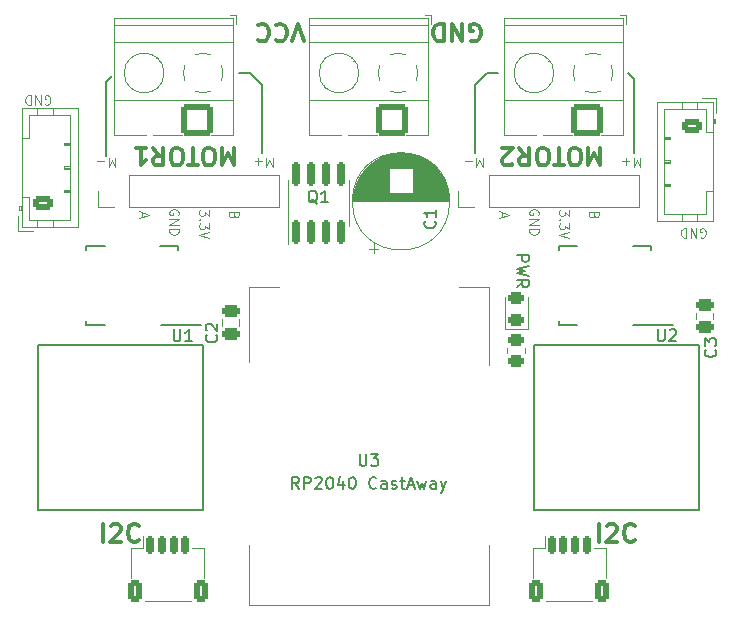
<source format=gbr>
%TF.GenerationSoftware,KiCad,Pcbnew,(6.0.0-rc1-48-g8f87638de5)*%
%TF.CreationDate,2021-11-22T15:04:28-05:00*%
%TF.ProjectId,motor_driver2,6d6f746f-725f-4647-9269-766572322e6b,rev?*%
%TF.SameCoordinates,Original*%
%TF.FileFunction,Legend,Top*%
%TF.FilePolarity,Positive*%
%FSLAX46Y46*%
G04 Gerber Fmt 4.6, Leading zero omitted, Abs format (unit mm)*
G04 Created by KiCad (PCBNEW (6.0.0-rc1-48-g8f87638de5)) date 2021-11-22 15:04:28*
%MOMM*%
%LPD*%
G01*
G04 APERTURE LIST*
G04 Aperture macros list*
%AMRoundRect*
0 Rectangle with rounded corners*
0 $1 Rounding radius*
0 $2 $3 $4 $5 $6 $7 $8 $9 X,Y pos of 4 corners*
0 Add a 4 corners polygon primitive as box body*
4,1,4,$2,$3,$4,$5,$6,$7,$8,$9,$2,$3,0*
0 Add four circle primitives for the rounded corners*
1,1,$1+$1,$2,$3*
1,1,$1+$1,$4,$5*
1,1,$1+$1,$6,$7*
1,1,$1+$1,$8,$9*
0 Add four rect primitives between the rounded corners*
20,1,$1+$1,$2,$3,$4,$5,0*
20,1,$1+$1,$4,$5,$6,$7,0*
20,1,$1+$1,$6,$7,$8,$9,0*
20,1,$1+$1,$8,$9,$2,$3,0*%
G04 Aperture macros list end*
%ADD10C,0.150000*%
%ADD11C,0.120000*%
%ADD12C,0.300000*%
%ADD13RoundRect,0.150000X-0.150000X-0.625000X0.150000X-0.625000X0.150000X0.625000X-0.150000X0.625000X0*%
%ADD14RoundRect,0.250000X-0.350000X-0.650000X0.350000X-0.650000X0.350000X0.650000X-0.350000X0.650000X0*%
%ADD15RoundRect,0.250000X-0.625000X0.350000X-0.625000X-0.350000X0.625000X-0.350000X0.625000X0.350000X0*%
%ADD16O,1.750000X1.200000*%
%ADD17C,0.800000*%
%ADD18C,6.400000*%
%ADD19RoundRect,0.250001X1.099999X1.099999X-1.099999X1.099999X-1.099999X-1.099999X1.099999X-1.099999X0*%
%ADD20C,2.700000*%
%ADD21R,1.700000X1.700000*%
%ADD22O,1.700000X1.700000*%
%ADD23R,2.286000X1.524000*%
%ADD24R,1.524000X2.286000*%
%ADD25RoundRect,0.243750X0.456250X-0.243750X0.456250X0.243750X-0.456250X0.243750X-0.456250X-0.243750X0*%
%ADD26R,2.600000X2.600000*%
%ADD27C,2.600000*%
%ADD28R,2.000000X0.650000*%
%ADD29R,4.500000X8.100000*%
%ADD30RoundRect,0.250000X0.450000X-0.262500X0.450000X0.262500X-0.450000X0.262500X-0.450000X-0.262500X0*%
%ADD31RoundRect,0.250000X-0.475000X0.250000X-0.475000X-0.250000X0.475000X-0.250000X0.475000X0.250000X0*%
%ADD32RoundRect,0.150000X0.150000X-0.825000X0.150000X0.825000X-0.150000X0.825000X-0.150000X-0.825000X0*%
%ADD33R,1.600000X1.600000*%
%ADD34C,1.600000*%
%ADD35RoundRect,0.250000X0.625000X-0.350000X0.625000X0.350000X-0.625000X0.350000X-0.625000X-0.350000X0*%
G04 APERTURE END LIST*
D10*
X162547619Y-105416666D02*
X163547619Y-105416666D01*
X163547619Y-105797619D01*
X163500000Y-105892857D01*
X163452380Y-105940476D01*
X163357142Y-105988095D01*
X163214285Y-105988095D01*
X163119047Y-105940476D01*
X163071428Y-105892857D01*
X163023809Y-105797619D01*
X163023809Y-105416666D01*
X163547619Y-106321428D02*
X162547619Y-106559523D01*
X163261904Y-106750000D01*
X162547619Y-106940476D01*
X163547619Y-107178571D01*
X162547619Y-108130952D02*
X163023809Y-107797619D01*
X162547619Y-107559523D02*
X163547619Y-107559523D01*
X163547619Y-107940476D01*
X163500000Y-108035714D01*
X163452380Y-108083333D01*
X163357142Y-108130952D01*
X163214285Y-108130952D01*
X163119047Y-108083333D01*
X163071428Y-108035714D01*
X163023809Y-107940476D01*
X163023809Y-107559523D01*
X164000000Y-113000000D02*
X178000000Y-113000000D01*
X178000000Y-113000000D02*
X178000000Y-127000000D01*
X178000000Y-127000000D02*
X164000000Y-127000000D01*
X164000000Y-127000000D02*
X164000000Y-113000000D01*
X122000000Y-113000000D02*
X136000000Y-113000000D01*
X136000000Y-113000000D02*
X136000000Y-127000000D01*
X136000000Y-127000000D02*
X122000000Y-127000000D01*
X122000000Y-127000000D02*
X122000000Y-113000000D01*
X159000000Y-96750000D02*
X159000000Y-91000000D01*
X172500000Y-96750000D02*
X172500000Y-91000000D01*
X172500000Y-90500000D02*
X172000000Y-90000000D01*
X127750000Y-91500000D02*
X127750000Y-90750000D01*
X141000000Y-92250000D02*
X141000000Y-91000000D01*
X172500000Y-91000000D02*
X172500000Y-90500000D01*
X140000000Y-90000000D02*
X139000000Y-90000000D01*
X127750000Y-90750000D02*
X128250000Y-90250000D01*
X141000000Y-91000000D02*
X140000000Y-90000000D01*
X141000000Y-96750000D02*
X141000000Y-92250000D01*
X160000000Y-90000000D02*
X161000000Y-90000000D01*
X159000000Y-91000000D02*
X160000000Y-90000000D01*
X127750000Y-97000000D02*
X127750000Y-91500000D01*
D11*
X138627142Y-102037142D02*
X138589047Y-102151428D01*
X138550952Y-102189523D01*
X138474761Y-102227619D01*
X138360476Y-102227619D01*
X138284285Y-102189523D01*
X138246190Y-102151428D01*
X138208095Y-102075238D01*
X138208095Y-101770476D01*
X139008095Y-101770476D01*
X139008095Y-102037142D01*
X138970000Y-102113333D01*
X138931904Y-102151428D01*
X138855714Y-102189523D01*
X138779523Y-102189523D01*
X138703333Y-102151428D01*
X138665238Y-102113333D01*
X138627142Y-102037142D01*
X138627142Y-101770476D01*
X141871904Y-97173095D02*
X141871904Y-97973095D01*
X141605238Y-97401666D01*
X141338571Y-97973095D01*
X141338571Y-97173095D01*
X140957619Y-97477857D02*
X140348095Y-97477857D01*
X140652857Y-97173095D02*
X140652857Y-97782619D01*
X169107142Y-102037142D02*
X169069047Y-102151428D01*
X169030952Y-102189523D01*
X168954761Y-102227619D01*
X168840476Y-102227619D01*
X168764285Y-102189523D01*
X168726190Y-102151428D01*
X168688095Y-102075238D01*
X168688095Y-101770476D01*
X169488095Y-101770476D01*
X169488095Y-102037142D01*
X169450000Y-102113333D01*
X169411904Y-102151428D01*
X169335714Y-102189523D01*
X169259523Y-102189523D01*
X169183333Y-102151428D01*
X169145238Y-102113333D01*
X169107142Y-102037142D01*
X169107142Y-101770476D01*
D12*
X127535714Y-129678571D02*
X127535714Y-128178571D01*
X128178571Y-128321428D02*
X128250000Y-128250000D01*
X128392857Y-128178571D01*
X128750000Y-128178571D01*
X128892857Y-128250000D01*
X128964285Y-128321428D01*
X129035714Y-128464285D01*
X129035714Y-128607142D01*
X128964285Y-128821428D01*
X128107142Y-129678571D01*
X129035714Y-129678571D01*
X130535714Y-129535714D02*
X130464285Y-129607142D01*
X130250000Y-129678571D01*
X130107142Y-129678571D01*
X129892857Y-129607142D01*
X129750000Y-129464285D01*
X129678571Y-129321428D01*
X129607142Y-129035714D01*
X129607142Y-128821428D01*
X129678571Y-128535714D01*
X129750000Y-128392857D01*
X129892857Y-128250000D01*
X130107142Y-128178571D01*
X130250000Y-128178571D01*
X130464285Y-128250000D01*
X130535714Y-128321428D01*
D11*
X133890000Y-102005476D02*
X133928095Y-101929285D01*
X133928095Y-101815000D01*
X133890000Y-101700714D01*
X133813809Y-101624523D01*
X133737619Y-101586428D01*
X133585238Y-101548333D01*
X133470952Y-101548333D01*
X133318571Y-101586428D01*
X133242380Y-101624523D01*
X133166190Y-101700714D01*
X133128095Y-101815000D01*
X133128095Y-101891190D01*
X133166190Y-102005476D01*
X133204285Y-102043571D01*
X133470952Y-102043571D01*
X133470952Y-101891190D01*
X133128095Y-102386428D02*
X133928095Y-102386428D01*
X133128095Y-102843571D01*
X133928095Y-102843571D01*
X133128095Y-103224523D02*
X133928095Y-103224523D01*
X133928095Y-103415000D01*
X133890000Y-103529285D01*
X133813809Y-103605476D01*
X133737619Y-103643571D01*
X133585238Y-103681666D01*
X133470952Y-103681666D01*
X133318571Y-103643571D01*
X133242380Y-103605476D01*
X133166190Y-103529285D01*
X133128095Y-103415000D01*
X133128095Y-103224523D01*
X166938095Y-101569047D02*
X166938095Y-102064285D01*
X166633333Y-101797619D01*
X166633333Y-101911904D01*
X166595238Y-101988095D01*
X166557142Y-102026190D01*
X166480952Y-102064285D01*
X166290476Y-102064285D01*
X166214285Y-102026190D01*
X166176190Y-101988095D01*
X166138095Y-101911904D01*
X166138095Y-101683333D01*
X166176190Y-101607142D01*
X166214285Y-101569047D01*
X166214285Y-102407142D02*
X166176190Y-102445238D01*
X166138095Y-102407142D01*
X166176190Y-102369047D01*
X166214285Y-102407142D01*
X166138095Y-102407142D01*
X166938095Y-102711904D02*
X166938095Y-103207142D01*
X166633333Y-102940476D01*
X166633333Y-103054761D01*
X166595238Y-103130952D01*
X166557142Y-103169047D01*
X166480952Y-103207142D01*
X166290476Y-103207142D01*
X166214285Y-103169047D01*
X166176190Y-103130952D01*
X166138095Y-103054761D01*
X166138095Y-102826190D01*
X166176190Y-102750000D01*
X166214285Y-102711904D01*
X166938095Y-103435714D02*
X166138095Y-103702380D01*
X166938095Y-103969047D01*
X172986904Y-97173095D02*
X172986904Y-97973095D01*
X172720238Y-97401666D01*
X172453571Y-97973095D01*
X172453571Y-97173095D01*
X172072619Y-97477857D02*
X171463095Y-97477857D01*
X171767857Y-97173095D02*
X171767857Y-97782619D01*
D12*
X169535714Y-129678571D02*
X169535714Y-128178571D01*
X170178571Y-128321428D02*
X170250000Y-128250000D01*
X170392857Y-128178571D01*
X170750000Y-128178571D01*
X170892857Y-128250000D01*
X170964285Y-128321428D01*
X171035714Y-128464285D01*
X171035714Y-128607142D01*
X170964285Y-128821428D01*
X170107142Y-129678571D01*
X171035714Y-129678571D01*
X172535714Y-129535714D02*
X172464285Y-129607142D01*
X172250000Y-129678571D01*
X172107142Y-129678571D01*
X171892857Y-129607142D01*
X171750000Y-129464285D01*
X171678571Y-129321428D01*
X171607142Y-129035714D01*
X171607142Y-128821428D01*
X171678571Y-128535714D01*
X171750000Y-128392857D01*
X171892857Y-128250000D01*
X172107142Y-128178571D01*
X172250000Y-128178571D01*
X172464285Y-128250000D01*
X172535714Y-128321428D01*
D11*
X128536904Y-97173095D02*
X128536904Y-97973095D01*
X128270238Y-97401666D01*
X128003571Y-97973095D01*
X128003571Y-97173095D01*
X127622619Y-97477857D02*
X127013095Y-97477857D01*
X159651904Y-97173095D02*
X159651904Y-97973095D01*
X159385238Y-97401666D01*
X159118571Y-97973095D01*
X159118571Y-97173095D01*
X158737619Y-97477857D02*
X158128095Y-97477857D01*
D10*
X144095238Y-125202380D02*
X143761904Y-124726190D01*
X143523809Y-125202380D02*
X143523809Y-124202380D01*
X143904761Y-124202380D01*
X144000000Y-124250000D01*
X144047619Y-124297619D01*
X144095238Y-124392857D01*
X144095238Y-124535714D01*
X144047619Y-124630952D01*
X144000000Y-124678571D01*
X143904761Y-124726190D01*
X143523809Y-124726190D01*
X144523809Y-125202380D02*
X144523809Y-124202380D01*
X144904761Y-124202380D01*
X145000000Y-124250000D01*
X145047619Y-124297619D01*
X145095238Y-124392857D01*
X145095238Y-124535714D01*
X145047619Y-124630952D01*
X145000000Y-124678571D01*
X144904761Y-124726190D01*
X144523809Y-124726190D01*
X145476190Y-124297619D02*
X145523809Y-124250000D01*
X145619047Y-124202380D01*
X145857142Y-124202380D01*
X145952380Y-124250000D01*
X146000000Y-124297619D01*
X146047619Y-124392857D01*
X146047619Y-124488095D01*
X146000000Y-124630952D01*
X145428571Y-125202380D01*
X146047619Y-125202380D01*
X146666666Y-124202380D02*
X146761904Y-124202380D01*
X146857142Y-124250000D01*
X146904761Y-124297619D01*
X146952380Y-124392857D01*
X147000000Y-124583333D01*
X147000000Y-124821428D01*
X146952380Y-125011904D01*
X146904761Y-125107142D01*
X146857142Y-125154761D01*
X146761904Y-125202380D01*
X146666666Y-125202380D01*
X146571428Y-125154761D01*
X146523809Y-125107142D01*
X146476190Y-125011904D01*
X146428571Y-124821428D01*
X146428571Y-124583333D01*
X146476190Y-124392857D01*
X146523809Y-124297619D01*
X146571428Y-124250000D01*
X146666666Y-124202380D01*
X147857142Y-124535714D02*
X147857142Y-125202380D01*
X147619047Y-124154761D02*
X147380952Y-124869047D01*
X148000000Y-124869047D01*
X148571428Y-124202380D02*
X148666666Y-124202380D01*
X148761904Y-124250000D01*
X148809523Y-124297619D01*
X148857142Y-124392857D01*
X148904761Y-124583333D01*
X148904761Y-124821428D01*
X148857142Y-125011904D01*
X148809523Y-125107142D01*
X148761904Y-125154761D01*
X148666666Y-125202380D01*
X148571428Y-125202380D01*
X148476190Y-125154761D01*
X148428571Y-125107142D01*
X148380952Y-125011904D01*
X148333333Y-124821428D01*
X148333333Y-124583333D01*
X148380952Y-124392857D01*
X148428571Y-124297619D01*
X148476190Y-124250000D01*
X148571428Y-124202380D01*
X150666666Y-125107142D02*
X150619047Y-125154761D01*
X150476190Y-125202380D01*
X150380952Y-125202380D01*
X150238095Y-125154761D01*
X150142857Y-125059523D01*
X150095238Y-124964285D01*
X150047619Y-124773809D01*
X150047619Y-124630952D01*
X150095238Y-124440476D01*
X150142857Y-124345238D01*
X150238095Y-124250000D01*
X150380952Y-124202380D01*
X150476190Y-124202380D01*
X150619047Y-124250000D01*
X150666666Y-124297619D01*
X151523809Y-125202380D02*
X151523809Y-124678571D01*
X151476190Y-124583333D01*
X151380952Y-124535714D01*
X151190476Y-124535714D01*
X151095238Y-124583333D01*
X151523809Y-125154761D02*
X151428571Y-125202380D01*
X151190476Y-125202380D01*
X151095238Y-125154761D01*
X151047619Y-125059523D01*
X151047619Y-124964285D01*
X151095238Y-124869047D01*
X151190476Y-124821428D01*
X151428571Y-124821428D01*
X151523809Y-124773809D01*
X151952380Y-125154761D02*
X152047619Y-125202380D01*
X152238095Y-125202380D01*
X152333333Y-125154761D01*
X152380952Y-125059523D01*
X152380952Y-125011904D01*
X152333333Y-124916666D01*
X152238095Y-124869047D01*
X152095238Y-124869047D01*
X152000000Y-124821428D01*
X151952380Y-124726190D01*
X151952380Y-124678571D01*
X152000000Y-124583333D01*
X152095238Y-124535714D01*
X152238095Y-124535714D01*
X152333333Y-124583333D01*
X152666666Y-124535714D02*
X153047619Y-124535714D01*
X152809523Y-124202380D02*
X152809523Y-125059523D01*
X152857142Y-125154761D01*
X152952380Y-125202380D01*
X153047619Y-125202380D01*
X153333333Y-124916666D02*
X153809523Y-124916666D01*
X153238095Y-125202380D02*
X153571428Y-124202380D01*
X153904761Y-125202380D01*
X154142857Y-124535714D02*
X154333333Y-125202380D01*
X154523809Y-124726190D01*
X154714285Y-125202380D01*
X154904761Y-124535714D01*
X155714285Y-125202380D02*
X155714285Y-124678571D01*
X155666666Y-124583333D01*
X155571428Y-124535714D01*
X155380952Y-124535714D01*
X155285714Y-124583333D01*
X155714285Y-125154761D02*
X155619047Y-125202380D01*
X155380952Y-125202380D01*
X155285714Y-125154761D01*
X155238095Y-125059523D01*
X155238095Y-124964285D01*
X155285714Y-124869047D01*
X155380952Y-124821428D01*
X155619047Y-124821428D01*
X155714285Y-124773809D01*
X156095238Y-124535714D02*
X156333333Y-125202380D01*
X156571428Y-124535714D02*
X156333333Y-125202380D01*
X156238095Y-125440476D01*
X156190476Y-125488095D01*
X156095238Y-125535714D01*
D11*
X130816666Y-101789523D02*
X130816666Y-102170476D01*
X130588095Y-101713333D02*
X131388095Y-101980000D01*
X130588095Y-102246666D01*
D12*
X138607142Y-96321428D02*
X138607142Y-97821428D01*
X138107142Y-96750000D01*
X137607142Y-97821428D01*
X137607142Y-96321428D01*
X136607142Y-97821428D02*
X136321428Y-97821428D01*
X136178571Y-97750000D01*
X136035714Y-97607142D01*
X135964285Y-97321428D01*
X135964285Y-96821428D01*
X136035714Y-96535714D01*
X136178571Y-96392857D01*
X136321428Y-96321428D01*
X136607142Y-96321428D01*
X136750000Y-96392857D01*
X136892857Y-96535714D01*
X136964285Y-96821428D01*
X136964285Y-97321428D01*
X136892857Y-97607142D01*
X136750000Y-97750000D01*
X136607142Y-97821428D01*
X135535714Y-97821428D02*
X134678571Y-97821428D01*
X135107142Y-96321428D02*
X135107142Y-97821428D01*
X133892857Y-97821428D02*
X133607142Y-97821428D01*
X133464285Y-97750000D01*
X133321428Y-97607142D01*
X133250000Y-97321428D01*
X133250000Y-96821428D01*
X133321428Y-96535714D01*
X133464285Y-96392857D01*
X133607142Y-96321428D01*
X133892857Y-96321428D01*
X134035714Y-96392857D01*
X134178571Y-96535714D01*
X134250000Y-96821428D01*
X134250000Y-97321428D01*
X134178571Y-97607142D01*
X134035714Y-97750000D01*
X133892857Y-97821428D01*
X131750000Y-96321428D02*
X132250000Y-97035714D01*
X132607142Y-96321428D02*
X132607142Y-97821428D01*
X132035714Y-97821428D01*
X131892857Y-97750000D01*
X131821428Y-97678571D01*
X131750000Y-97535714D01*
X131750000Y-97321428D01*
X131821428Y-97178571D01*
X131892857Y-97107142D01*
X132035714Y-97035714D01*
X132607142Y-97035714D01*
X130321428Y-96321428D02*
X131178571Y-96321428D01*
X130750000Y-96321428D02*
X130750000Y-97821428D01*
X130892857Y-97607142D01*
X131035714Y-97464285D01*
X131178571Y-97392857D01*
X158642857Y-87250000D02*
X158785714Y-87321428D01*
X159000000Y-87321428D01*
X159214285Y-87250000D01*
X159357142Y-87107142D01*
X159428571Y-86964285D01*
X159500000Y-86678571D01*
X159500000Y-86464285D01*
X159428571Y-86178571D01*
X159357142Y-86035714D01*
X159214285Y-85892857D01*
X159000000Y-85821428D01*
X158857142Y-85821428D01*
X158642857Y-85892857D01*
X158571428Y-85964285D01*
X158571428Y-86464285D01*
X158857142Y-86464285D01*
X157928571Y-85821428D02*
X157928571Y-87321428D01*
X157071428Y-85821428D01*
X157071428Y-87321428D01*
X156357142Y-85821428D02*
X156357142Y-87321428D01*
X156000000Y-87321428D01*
X155785714Y-87250000D01*
X155642857Y-87107142D01*
X155571428Y-86964285D01*
X155500000Y-86678571D01*
X155500000Y-86464285D01*
X155571428Y-86178571D01*
X155642857Y-86035714D01*
X155785714Y-85892857D01*
X156000000Y-85821428D01*
X156357142Y-85821428D01*
D11*
X122609523Y-92650000D02*
X122685714Y-92688095D01*
X122800000Y-92688095D01*
X122914285Y-92650000D01*
X122990476Y-92573809D01*
X123028571Y-92497619D01*
X123066666Y-92345238D01*
X123066666Y-92230952D01*
X123028571Y-92078571D01*
X122990476Y-92002380D01*
X122914285Y-91926190D01*
X122800000Y-91888095D01*
X122723809Y-91888095D01*
X122609523Y-91926190D01*
X122571428Y-91964285D01*
X122571428Y-92230952D01*
X122723809Y-92230952D01*
X122228571Y-91888095D02*
X122228571Y-92688095D01*
X121771428Y-91888095D01*
X121771428Y-92688095D01*
X121390476Y-91888095D02*
X121390476Y-92688095D01*
X121200000Y-92688095D01*
X121085714Y-92650000D01*
X121009523Y-92573809D01*
X120971428Y-92497619D01*
X120933333Y-92345238D01*
X120933333Y-92230952D01*
X120971428Y-92078571D01*
X121009523Y-92002380D01*
X121085714Y-91926190D01*
X121200000Y-91888095D01*
X121390476Y-91888095D01*
X164370000Y-102005476D02*
X164408095Y-101929285D01*
X164408095Y-101815000D01*
X164370000Y-101700714D01*
X164293809Y-101624523D01*
X164217619Y-101586428D01*
X164065238Y-101548333D01*
X163950952Y-101548333D01*
X163798571Y-101586428D01*
X163722380Y-101624523D01*
X163646190Y-101700714D01*
X163608095Y-101815000D01*
X163608095Y-101891190D01*
X163646190Y-102005476D01*
X163684285Y-102043571D01*
X163950952Y-102043571D01*
X163950952Y-101891190D01*
X163608095Y-102386428D02*
X164408095Y-102386428D01*
X163608095Y-102843571D01*
X164408095Y-102843571D01*
X163608095Y-103224523D02*
X164408095Y-103224523D01*
X164408095Y-103415000D01*
X164370000Y-103529285D01*
X164293809Y-103605476D01*
X164217619Y-103643571D01*
X164065238Y-103681666D01*
X163950952Y-103681666D01*
X163798571Y-103643571D01*
X163722380Y-103605476D01*
X163646190Y-103529285D01*
X163608095Y-103415000D01*
X163608095Y-103224523D01*
X136468095Y-101569047D02*
X136468095Y-102064285D01*
X136163333Y-101797619D01*
X136163333Y-101911904D01*
X136125238Y-101988095D01*
X136087142Y-102026190D01*
X136010952Y-102064285D01*
X135820476Y-102064285D01*
X135744285Y-102026190D01*
X135706190Y-101988095D01*
X135668095Y-101911904D01*
X135668095Y-101683333D01*
X135706190Y-101607142D01*
X135744285Y-101569047D01*
X135744285Y-102407142D02*
X135706190Y-102445238D01*
X135668095Y-102407142D01*
X135706190Y-102369047D01*
X135744285Y-102407142D01*
X135668095Y-102407142D01*
X136468095Y-102711904D02*
X136468095Y-103207142D01*
X136163333Y-102940476D01*
X136163333Y-103054761D01*
X136125238Y-103130952D01*
X136087142Y-103169047D01*
X136010952Y-103207142D01*
X135820476Y-103207142D01*
X135744285Y-103169047D01*
X135706190Y-103130952D01*
X135668095Y-103054761D01*
X135668095Y-102826190D01*
X135706190Y-102750000D01*
X135744285Y-102711904D01*
X136468095Y-103435714D02*
X135668095Y-103702380D01*
X136468095Y-103969047D01*
X178109523Y-103900000D02*
X178185714Y-103938095D01*
X178300000Y-103938095D01*
X178414285Y-103900000D01*
X178490476Y-103823809D01*
X178528571Y-103747619D01*
X178566666Y-103595238D01*
X178566666Y-103480952D01*
X178528571Y-103328571D01*
X178490476Y-103252380D01*
X178414285Y-103176190D01*
X178300000Y-103138095D01*
X178223809Y-103138095D01*
X178109523Y-103176190D01*
X178071428Y-103214285D01*
X178071428Y-103480952D01*
X178223809Y-103480952D01*
X177728571Y-103138095D02*
X177728571Y-103938095D01*
X177271428Y-103138095D01*
X177271428Y-103938095D01*
X176890476Y-103138095D02*
X176890476Y-103938095D01*
X176700000Y-103938095D01*
X176585714Y-103900000D01*
X176509523Y-103823809D01*
X176471428Y-103747619D01*
X176433333Y-103595238D01*
X176433333Y-103480952D01*
X176471428Y-103328571D01*
X176509523Y-103252380D01*
X176585714Y-103176190D01*
X176700000Y-103138095D01*
X176890476Y-103138095D01*
X161296666Y-101789523D02*
X161296666Y-102170476D01*
X161068095Y-101713333D02*
X161868095Y-101980000D01*
X161068095Y-102246666D01*
D12*
X144500000Y-87321428D02*
X144000000Y-85821428D01*
X143500000Y-87321428D01*
X142142857Y-85964285D02*
X142214285Y-85892857D01*
X142428571Y-85821428D01*
X142571428Y-85821428D01*
X142785714Y-85892857D01*
X142928571Y-86035714D01*
X143000000Y-86178571D01*
X143071428Y-86464285D01*
X143071428Y-86678571D01*
X143000000Y-86964285D01*
X142928571Y-87107142D01*
X142785714Y-87250000D01*
X142571428Y-87321428D01*
X142428571Y-87321428D01*
X142214285Y-87250000D01*
X142142857Y-87178571D01*
X140642857Y-85964285D02*
X140714285Y-85892857D01*
X140928571Y-85821428D01*
X141071428Y-85821428D01*
X141285714Y-85892857D01*
X141428571Y-86035714D01*
X141500000Y-86178571D01*
X141571428Y-86464285D01*
X141571428Y-86678571D01*
X141500000Y-86964285D01*
X141428571Y-87107142D01*
X141285714Y-87250000D01*
X141071428Y-87321428D01*
X140928571Y-87321428D01*
X140714285Y-87250000D01*
X140642857Y-87178571D01*
X169607142Y-96321428D02*
X169607142Y-97821428D01*
X169107142Y-96750000D01*
X168607142Y-97821428D01*
X168607142Y-96321428D01*
X167607142Y-97821428D02*
X167321428Y-97821428D01*
X167178571Y-97750000D01*
X167035714Y-97607142D01*
X166964285Y-97321428D01*
X166964285Y-96821428D01*
X167035714Y-96535714D01*
X167178571Y-96392857D01*
X167321428Y-96321428D01*
X167607142Y-96321428D01*
X167750000Y-96392857D01*
X167892857Y-96535714D01*
X167964285Y-96821428D01*
X167964285Y-97321428D01*
X167892857Y-97607142D01*
X167750000Y-97750000D01*
X167607142Y-97821428D01*
X166535714Y-97821428D02*
X165678571Y-97821428D01*
X166107142Y-96321428D02*
X166107142Y-97821428D01*
X164892857Y-97821428D02*
X164607142Y-97821428D01*
X164464285Y-97750000D01*
X164321428Y-97607142D01*
X164250000Y-97321428D01*
X164250000Y-96821428D01*
X164321428Y-96535714D01*
X164464285Y-96392857D01*
X164607142Y-96321428D01*
X164892857Y-96321428D01*
X165035714Y-96392857D01*
X165178571Y-96535714D01*
X165250000Y-96821428D01*
X165250000Y-97321428D01*
X165178571Y-97607142D01*
X165035714Y-97750000D01*
X164892857Y-97821428D01*
X162750000Y-96321428D02*
X163250000Y-97035714D01*
X163607142Y-96321428D02*
X163607142Y-97821428D01*
X163035714Y-97821428D01*
X162892857Y-97750000D01*
X162821428Y-97678571D01*
X162750000Y-97535714D01*
X162750000Y-97321428D01*
X162821428Y-97178571D01*
X162892857Y-97107142D01*
X163035714Y-97035714D01*
X163607142Y-97035714D01*
X162178571Y-97678571D02*
X162107142Y-97750000D01*
X161964285Y-97821428D01*
X161607142Y-97821428D01*
X161464285Y-97750000D01*
X161392857Y-97678571D01*
X161321428Y-97535714D01*
X161321428Y-97392857D01*
X161392857Y-97178571D01*
X162250000Y-96321428D01*
X161321428Y-96321428D01*
D10*
%TO.C,U3*%
X149238095Y-122252380D02*
X149238095Y-123061904D01*
X149285714Y-123157142D01*
X149333333Y-123204761D01*
X149428571Y-123252380D01*
X149619047Y-123252380D01*
X149714285Y-123204761D01*
X149761904Y-123157142D01*
X149809523Y-123061904D01*
X149809523Y-122252380D01*
X150190476Y-122252380D02*
X150809523Y-122252380D01*
X150476190Y-122633333D01*
X150619047Y-122633333D01*
X150714285Y-122680952D01*
X150761904Y-122728571D01*
X150809523Y-122823809D01*
X150809523Y-123061904D01*
X150761904Y-123157142D01*
X150714285Y-123204761D01*
X150619047Y-123252380D01*
X150333333Y-123252380D01*
X150238095Y-123204761D01*
X150190476Y-123157142D01*
%TO.C,U2*%
X174488095Y-111702380D02*
X174488095Y-112511904D01*
X174535714Y-112607142D01*
X174583333Y-112654761D01*
X174678571Y-112702380D01*
X174869047Y-112702380D01*
X174964285Y-112654761D01*
X175011904Y-112607142D01*
X175059523Y-112511904D01*
X175059523Y-111702380D01*
X175488095Y-111797619D02*
X175535714Y-111750000D01*
X175630952Y-111702380D01*
X175869047Y-111702380D01*
X175964285Y-111750000D01*
X176011904Y-111797619D01*
X176059523Y-111892857D01*
X176059523Y-111988095D01*
X176011904Y-112130952D01*
X175440476Y-112702380D01*
X176059523Y-112702380D01*
%TO.C,C2*%
X137107142Y-112166666D02*
X137154761Y-112214285D01*
X137202380Y-112357142D01*
X137202380Y-112452380D01*
X137154761Y-112595238D01*
X137059523Y-112690476D01*
X136964285Y-112738095D01*
X136773809Y-112785714D01*
X136630952Y-112785714D01*
X136440476Y-112738095D01*
X136345238Y-112690476D01*
X136250000Y-112595238D01*
X136202380Y-112452380D01*
X136202380Y-112357142D01*
X136250000Y-112214285D01*
X136297619Y-112166666D01*
X136297619Y-111785714D02*
X136250000Y-111738095D01*
X136202380Y-111642857D01*
X136202380Y-111404761D01*
X136250000Y-111309523D01*
X136297619Y-111261904D01*
X136392857Y-111214285D01*
X136488095Y-111214285D01*
X136630952Y-111261904D01*
X137202380Y-111833333D01*
X137202380Y-111214285D01*
%TO.C,C3*%
X179357142Y-113416666D02*
X179404761Y-113464285D01*
X179452380Y-113607142D01*
X179452380Y-113702380D01*
X179404761Y-113845238D01*
X179309523Y-113940476D01*
X179214285Y-113988095D01*
X179023809Y-114035714D01*
X178880952Y-114035714D01*
X178690476Y-113988095D01*
X178595238Y-113940476D01*
X178500000Y-113845238D01*
X178452380Y-113702380D01*
X178452380Y-113607142D01*
X178500000Y-113464285D01*
X178547619Y-113416666D01*
X178452380Y-113083333D02*
X178452380Y-112464285D01*
X178833333Y-112797619D01*
X178833333Y-112654761D01*
X178880952Y-112559523D01*
X178928571Y-112511904D01*
X179023809Y-112464285D01*
X179261904Y-112464285D01*
X179357142Y-112511904D01*
X179404761Y-112559523D01*
X179452380Y-112654761D01*
X179452380Y-112940476D01*
X179404761Y-113035714D01*
X179357142Y-113083333D01*
%TO.C,Q1*%
X145654761Y-101047619D02*
X145559523Y-101000000D01*
X145464285Y-100904761D01*
X145321428Y-100761904D01*
X145226190Y-100714285D01*
X145130952Y-100714285D01*
X145178571Y-100952380D02*
X145083333Y-100904761D01*
X144988095Y-100809523D01*
X144940476Y-100619047D01*
X144940476Y-100285714D01*
X144988095Y-100095238D01*
X145083333Y-100000000D01*
X145178571Y-99952380D01*
X145369047Y-99952380D01*
X145464285Y-100000000D01*
X145559523Y-100095238D01*
X145607142Y-100285714D01*
X145607142Y-100619047D01*
X145559523Y-100809523D01*
X145464285Y-100904761D01*
X145369047Y-100952380D01*
X145178571Y-100952380D01*
X146559523Y-100952380D02*
X145988095Y-100952380D01*
X146273809Y-100952380D02*
X146273809Y-99952380D01*
X146178571Y-100095238D01*
X146083333Y-100190476D01*
X145988095Y-100238095D01*
%TO.C,C1*%
X155607142Y-102533317D02*
X155654761Y-102580936D01*
X155702380Y-102723793D01*
X155702380Y-102819031D01*
X155654761Y-102961889D01*
X155559523Y-103057127D01*
X155464285Y-103104746D01*
X155273809Y-103152365D01*
X155130952Y-103152365D01*
X154940476Y-103104746D01*
X154845238Y-103057127D01*
X154750000Y-102961889D01*
X154702380Y-102819031D01*
X154702380Y-102723793D01*
X154750000Y-102580936D01*
X154797619Y-102533317D01*
X155702380Y-101580936D02*
X155702380Y-102152365D01*
X155702380Y-101866651D02*
X154702380Y-101866651D01*
X154845238Y-101961889D01*
X154940476Y-102057127D01*
X154988095Y-102152365D01*
%TO.C,U1*%
X133488095Y-111702380D02*
X133488095Y-112511904D01*
X133535714Y-112607142D01*
X133583333Y-112654761D01*
X133678571Y-112702380D01*
X133869047Y-112702380D01*
X133964285Y-112654761D01*
X134011904Y-112607142D01*
X134059523Y-112511904D01*
X134059523Y-111702380D01*
X135059523Y-112702380D02*
X134488095Y-112702380D01*
X134773809Y-112702380D02*
X134773809Y-111702380D01*
X134678571Y-111845238D01*
X134583333Y-111940476D01*
X134488095Y-111988095D01*
D11*
%TO.C,J7*%
X136110000Y-130215000D02*
X135060000Y-130215000D01*
X129890000Y-130215000D02*
X130940000Y-130215000D01*
X130940000Y-130215000D02*
X130940000Y-129225000D01*
X131060000Y-134685000D02*
X134940000Y-134685000D01*
X136110000Y-132715000D02*
X136110000Y-130215000D01*
X129890000Y-132715000D02*
X129890000Y-130215000D01*
%TO.C,J9*%
X179160000Y-95000000D02*
X178550000Y-95000000D01*
X179460000Y-92140000D02*
X178210000Y-92140000D01*
X179360000Y-93900000D02*
X179160000Y-93900000D01*
X177850000Y-102560000D02*
X177850000Y-101950000D01*
X179160000Y-92440000D02*
X174440000Y-92440000D01*
X174440000Y-102560000D02*
X179160000Y-102560000D01*
X178550000Y-101950000D02*
X178550000Y-100000000D01*
X179260000Y-94200000D02*
X179260000Y-93900000D01*
X175050000Y-101950000D02*
X178550000Y-101950000D01*
X175550000Y-97400000D02*
X175550000Y-97600000D01*
X175050000Y-97400000D02*
X175550000Y-97400000D01*
X175050000Y-95500000D02*
X175550000Y-95500000D01*
X179460000Y-93390000D02*
X179460000Y-92140000D01*
X179360000Y-94200000D02*
X179360000Y-93900000D01*
X178550000Y-93050000D02*
X175050000Y-93050000D01*
X176550000Y-102560000D02*
X176550000Y-101950000D01*
X175050000Y-95400000D02*
X175550000Y-95400000D01*
X179160000Y-94200000D02*
X179360000Y-94200000D01*
X175050000Y-93050000D02*
X175050000Y-101950000D01*
X174440000Y-92440000D02*
X174440000Y-102560000D01*
X178550000Y-95000000D02*
X178550000Y-93050000D01*
X175050000Y-99400000D02*
X175550000Y-99400000D01*
X175550000Y-97600000D02*
X175050000Y-97600000D01*
X175550000Y-95400000D02*
X175550000Y-95600000D01*
X175050000Y-99500000D02*
X175550000Y-99500000D01*
X175550000Y-95600000D02*
X175050000Y-95600000D01*
X175550000Y-99600000D02*
X175050000Y-99600000D01*
X175550000Y-99400000D02*
X175550000Y-99600000D01*
X177850000Y-92440000D02*
X177850000Y-93050000D01*
X176550000Y-92440000D02*
X176550000Y-93050000D01*
X179160000Y-102560000D02*
X179160000Y-92440000D01*
X178550000Y-100000000D02*
X179160000Y-100000000D01*
X175050000Y-97500000D02*
X175550000Y-97500000D01*
%TO.C,J4*%
X127080000Y-101330000D02*
X127080000Y-100000000D01*
X129680000Y-98670000D02*
X142440000Y-98670000D01*
X128410000Y-101330000D02*
X127080000Y-101330000D01*
X142440000Y-101330000D02*
X142440000Y-98670000D01*
X129680000Y-101330000D02*
X142440000Y-101330000D01*
X129680000Y-101330000D02*
X129680000Y-98670000D01*
%TO.C,U3*%
X160160000Y-135000000D02*
X139840000Y-135000000D01*
X160160000Y-108076000D02*
X157620000Y-108076000D01*
X160160000Y-129920000D02*
X160160000Y-135000000D01*
X160160000Y-114680000D02*
X160160000Y-108076000D01*
X139840000Y-135000000D02*
X139840000Y-129920000D01*
X142380000Y-108076000D02*
X139840000Y-108076000D01*
X139840000Y-108076000D02*
X139840000Y-114426000D01*
%TO.C,D1*%
X161540000Y-111685000D02*
X163460000Y-111685000D01*
X161540000Y-109000000D02*
X161540000Y-111685000D01*
X163460000Y-111685000D02*
X163460000Y-109000000D01*
%TO.C,J5*%
X158890000Y-101330000D02*
X157560000Y-101330000D01*
X160160000Y-101330000D02*
X160160000Y-98670000D01*
X160160000Y-101330000D02*
X172920000Y-101330000D01*
X160160000Y-98670000D02*
X172920000Y-98670000D01*
X157560000Y-101330000D02*
X157560000Y-100000000D01*
X172920000Y-101330000D02*
X172920000Y-98670000D01*
%TO.C,J3*%
X155300000Y-85840000D02*
X155300000Y-85100000D01*
X146430000Y-91275000D02*
X146465000Y-91239000D01*
X155060000Y-92301000D02*
X144940000Y-92301000D01*
X148727000Y-88977000D02*
X148774000Y-88931000D01*
X155060000Y-95261000D02*
X155060000Y-85340000D01*
X155300000Y-85100000D02*
X154800000Y-85100000D01*
X144940000Y-95261000D02*
X144940000Y-85340000D01*
X148534000Y-88761000D02*
X148569000Y-88726000D01*
X155060000Y-95261000D02*
X144940000Y-95261000D01*
X155060000Y-87400000D02*
X144940000Y-87400000D01*
X155060000Y-85340000D02*
X144940000Y-85340000D01*
X155060000Y-85900000D02*
X144940000Y-85900000D01*
X146225000Y-91069000D02*
X146272000Y-91023000D01*
X152500000Y-88320000D02*
G75*
G03*
X151816682Y-88465244I-1J-1679992D01*
G01*
X150965000Y-89316000D02*
G75*
G03*
X150964573Y-90683042I1534993J-684001D01*
G01*
X151816000Y-91535000D02*
G75*
G03*
X153183042Y-91535427I684001J1534993D01*
G01*
X153184000Y-88465000D02*
G75*
G03*
X152471195Y-88319747I-683999J-1535001D01*
G01*
X154035000Y-90684000D02*
G75*
G03*
X154035427Y-89316958I-1534993J684001D01*
G01*
X149180000Y-90000000D02*
G75*
G03*
X149180000Y-90000000I-1680000J0D01*
G01*
D10*
%TO.C,U2*%
X166100000Y-104650000D02*
X167650000Y-104650000D01*
X166100000Y-111350000D02*
X167650000Y-111350000D01*
X166100000Y-111000000D02*
X166100000Y-111350000D01*
X173900000Y-104650000D02*
X172350000Y-104650000D01*
X175800000Y-111350000D02*
X172400000Y-111350000D01*
X166100000Y-105000000D02*
X166100000Y-104650000D01*
X173900000Y-105000000D02*
X173900000Y-104650000D01*
D11*
%TO.C,J2*%
X171560000Y-95261000D02*
X161440000Y-95261000D01*
X171560000Y-87400000D02*
X161440000Y-87400000D01*
X171800000Y-85840000D02*
X171800000Y-85100000D01*
X171560000Y-85340000D02*
X161440000Y-85340000D01*
X165227000Y-88977000D02*
X165274000Y-88931000D01*
X165034000Y-88761000D02*
X165069000Y-88726000D01*
X171560000Y-85900000D02*
X161440000Y-85900000D01*
X171800000Y-85100000D02*
X171300000Y-85100000D01*
X171560000Y-95261000D02*
X171560000Y-85340000D01*
X161440000Y-95261000D02*
X161440000Y-85340000D01*
X162725000Y-91069000D02*
X162772000Y-91023000D01*
X171560000Y-92301000D02*
X161440000Y-92301000D01*
X162930000Y-91275000D02*
X162965000Y-91239000D01*
X167465000Y-89316000D02*
G75*
G03*
X167464573Y-90683042I1534993J-684001D01*
G01*
X169000000Y-88320000D02*
G75*
G03*
X168316682Y-88465244I-1J-1679992D01*
G01*
X169684000Y-88465000D02*
G75*
G03*
X168971195Y-88319747I-683999J-1535001D01*
G01*
X170535000Y-90684000D02*
G75*
G03*
X170535427Y-89316958I-1534993J684001D01*
G01*
X168316000Y-91535000D02*
G75*
G03*
X169683042Y-91535427I684001J1534993D01*
G01*
X165680000Y-90000000D02*
G75*
G03*
X165680000Y-90000000I-1680000J0D01*
G01*
%TO.C,R1*%
X163235000Y-113727064D02*
X163235000Y-113272936D01*
X161765000Y-113727064D02*
X161765000Y-113272936D01*
%TO.C,C2*%
X139051000Y-110862748D02*
X139051000Y-111385252D01*
X137581000Y-110862748D02*
X137581000Y-111385252D01*
%TO.C,C3*%
X177713000Y-110288748D02*
X177713000Y-110811252D01*
X179183000Y-110288748D02*
X179183000Y-110811252D01*
%TO.C,Q1*%
X143190000Y-101000000D02*
X143190000Y-104450000D01*
X148310000Y-101000000D02*
X148310000Y-102950000D01*
X143190000Y-101000000D02*
X143190000Y-99050000D01*
X148310000Y-101000000D02*
X148310000Y-99050000D01*
%TO.C,J1*%
X138560000Y-87400000D02*
X128440000Y-87400000D01*
X129725000Y-91069000D02*
X129772000Y-91023000D01*
X138800000Y-85840000D02*
X138800000Y-85100000D01*
X138560000Y-85340000D02*
X128440000Y-85340000D01*
X138560000Y-95261000D02*
X138560000Y-85340000D01*
X138560000Y-92301000D02*
X128440000Y-92301000D01*
X138560000Y-85900000D02*
X128440000Y-85900000D01*
X129930000Y-91275000D02*
X129965000Y-91239000D01*
X128440000Y-95261000D02*
X128440000Y-85340000D01*
X138800000Y-85100000D02*
X138300000Y-85100000D01*
X132227000Y-88977000D02*
X132274000Y-88931000D01*
X138560000Y-95261000D02*
X128440000Y-95261000D01*
X132034000Y-88761000D02*
X132069000Y-88726000D01*
X136684000Y-88465000D02*
G75*
G03*
X135971195Y-88319747I-683999J-1535001D01*
G01*
X137535000Y-90684000D02*
G75*
G03*
X137535427Y-89316958I-1534993J684001D01*
G01*
X134465000Y-89316000D02*
G75*
G03*
X134464573Y-90683042I1534993J-684001D01*
G01*
X135316000Y-91535000D02*
G75*
G03*
X136683042Y-91535427I684001J1534993D01*
G01*
X136000000Y-88320000D02*
G75*
G03*
X135316682Y-88465244I-1J-1679992D01*
G01*
X132680000Y-90000000D02*
G75*
G03*
X132680000Y-90000000I-1680000J0D01*
G01*
%TO.C,C1*%
X149028000Y-99185651D02*
X151710000Y-99185651D01*
X153790000Y-98625651D02*
X156168000Y-98625651D01*
X153790000Y-99305651D02*
X156524000Y-99305651D01*
X153790000Y-98705651D02*
X156219000Y-98705651D01*
X149660000Y-98185651D02*
X151710000Y-98185651D01*
X148682000Y-100546651D02*
X156818000Y-100546651D01*
X148756000Y-100025651D02*
X151710000Y-100025651D01*
X148671000Y-100746651D02*
X156829000Y-100746651D01*
X153790000Y-99705651D02*
X156664000Y-99705651D01*
X148685000Y-100506651D02*
X156815000Y-100506651D01*
X148836000Y-99705651D02*
X151710000Y-99705651D01*
X149281000Y-98705651D02*
X151710000Y-98705651D01*
X148708000Y-100306651D02*
X156792000Y-100306651D01*
X149385000Y-98545651D02*
X151710000Y-98545651D01*
X151019000Y-97145651D02*
X154481000Y-97145651D01*
X148713000Y-100266651D02*
X156787000Y-100266651D01*
X148793000Y-99865651D02*
X151710000Y-99865651D01*
X148774000Y-99945651D02*
X151710000Y-99945651D01*
X153790000Y-99945651D02*
X156726000Y-99945651D01*
X153790000Y-99985651D02*
X156735000Y-99985651D01*
X153790000Y-98545651D02*
X156115000Y-98545651D01*
X149144000Y-98945651D02*
X151710000Y-98945651D01*
X153790000Y-99145651D02*
X156454000Y-99145651D01*
X153790000Y-99625651D02*
X156639000Y-99625651D01*
X149731000Y-98105651D02*
X151710000Y-98105651D01*
X153790000Y-99105651D02*
X156436000Y-99105651D01*
X149530000Y-98345651D02*
X151710000Y-98345651D01*
X153790000Y-98385651D02*
X156000000Y-98385651D01*
X148674000Y-100666651D02*
X156826000Y-100666651D01*
X150786000Y-97265651D02*
X154714000Y-97265651D01*
X148726000Y-100186651D02*
X156774000Y-100186651D01*
X149843000Y-97985651D02*
X155657000Y-97985651D01*
X148733000Y-100145651D02*
X151710000Y-100145651D01*
X153790000Y-99745651D02*
X156675000Y-99745651D01*
X150648000Y-97345651D02*
X154852000Y-97345651D01*
X149233000Y-98785651D02*
X151710000Y-98785651D01*
X150296000Y-97585651D02*
X155204000Y-97585651D01*
X153790000Y-99545651D02*
X156613000Y-99545651D01*
X150053000Y-97785651D02*
X155447000Y-97785651D01*
X151982000Y-96825651D02*
X153518000Y-96825651D01*
X148915000Y-99465651D02*
X151710000Y-99465651D01*
X148670000Y-100826651D02*
X156830000Y-100826651D01*
X149064000Y-99105651D02*
X151710000Y-99105651D01*
X149306000Y-98665651D02*
X151710000Y-98665651D01*
X149805000Y-98025651D02*
X155695000Y-98025651D01*
X149626000Y-98225651D02*
X151710000Y-98225651D01*
X153790000Y-98105651D02*
X155769000Y-98105651D01*
X153790000Y-98185651D02*
X155840000Y-98185651D01*
X153790000Y-99065651D02*
X156416000Y-99065651D01*
X148673000Y-100706651D02*
X156827000Y-100706651D01*
X153790000Y-98585651D02*
X156142000Y-98585651D01*
X149695000Y-98145651D02*
X151710000Y-98145651D01*
X150245000Y-97625651D02*
X155255000Y-97625651D01*
X151802000Y-96865651D02*
X153698000Y-96865651D01*
X149767000Y-98065651D02*
X155733000Y-98065651D01*
X148689000Y-100466651D02*
X156811000Y-100466651D01*
X153790000Y-99225651D02*
X156490000Y-99225651D01*
X153790000Y-98425651D02*
X156030000Y-98425651D01*
X153790000Y-98985651D02*
X156377000Y-98985651D01*
X148702000Y-100346651D02*
X156798000Y-100346651D01*
X149188000Y-98865651D02*
X151710000Y-98865651D01*
X151652000Y-96905651D02*
X153848000Y-96905651D01*
X153790000Y-99665651D02*
X156652000Y-99665651D01*
X153790000Y-99345651D02*
X156540000Y-99345651D01*
X148929000Y-99425651D02*
X151710000Y-99425651D01*
X153790000Y-99865651D02*
X156707000Y-99865651D01*
X150435000Y-105276349D02*
X150435000Y-104476349D01*
X150350000Y-97545651D02*
X155150000Y-97545651D01*
X149084000Y-99065651D02*
X151710000Y-99065651D01*
X148803000Y-99825651D02*
X151710000Y-99825651D01*
X153790000Y-98505651D02*
X156088000Y-98505651D01*
X148720000Y-100226651D02*
X156780000Y-100226651D01*
X153790000Y-100145651D02*
X156767000Y-100145651D01*
X150194000Y-97665651D02*
X155306000Y-97665651D01*
X153790000Y-98305651D02*
X155939000Y-98305651D01*
X153790000Y-98825651D02*
X156290000Y-98825651D01*
X153790000Y-99465651D02*
X156585000Y-99465651D01*
X149103000Y-99025651D02*
X151710000Y-99025651D01*
X153790000Y-98905651D02*
X156334000Y-98905651D01*
X148676000Y-100626651D02*
X156824000Y-100626651D01*
X148887000Y-99545651D02*
X151710000Y-99545651D01*
X149257000Y-98745651D02*
X151710000Y-98745651D01*
X149470000Y-98425651D02*
X151710000Y-98425651D01*
X151198000Y-97065651D02*
X154302000Y-97065651D01*
X153790000Y-98945651D02*
X156356000Y-98945651D01*
X149210000Y-98825651D02*
X151710000Y-98825651D01*
X149123000Y-98985651D02*
X151710000Y-98985651D01*
X150405000Y-97505651D02*
X155095000Y-97505651D01*
X153790000Y-100105651D02*
X156760000Y-100105651D01*
X149594000Y-98265651D02*
X151710000Y-98265651D01*
X153790000Y-99025651D02*
X156397000Y-99025651D01*
X149500000Y-98385651D02*
X151710000Y-98385651D01*
X148765000Y-99985651D02*
X151710000Y-99985651D01*
X150035000Y-104876349D02*
X150835000Y-104876349D01*
X148698000Y-100386651D02*
X156802000Y-100386651D01*
X149441000Y-98465651D02*
X151710000Y-98465651D01*
X150463000Y-97465651D02*
X155037000Y-97465651D01*
X153790000Y-98145651D02*
X155805000Y-98145651D01*
X153790000Y-100025651D02*
X156744000Y-100025651D01*
X153790000Y-100065651D02*
X156752000Y-100065651D01*
X153790000Y-99785651D02*
X156686000Y-99785651D01*
X148873000Y-99585651D02*
X151710000Y-99585651D01*
X153790000Y-98745651D02*
X156243000Y-98745651D01*
X148740000Y-100105651D02*
X151710000Y-100105651D01*
X151521000Y-96945651D02*
X153979000Y-96945651D01*
X149046000Y-99145651D02*
X151710000Y-99145651D01*
X153790000Y-98665651D02*
X156194000Y-98665651D01*
X148679000Y-100586651D02*
X156821000Y-100586651D01*
X149561000Y-98305651D02*
X151710000Y-98305651D01*
X149924000Y-97905651D02*
X155576000Y-97905651D01*
X148945000Y-99385651D02*
X151710000Y-99385651D01*
X148900000Y-99505651D02*
X151710000Y-99505651D01*
X153790000Y-99185651D02*
X156472000Y-99185651D01*
X150860000Y-97225651D02*
X154640000Y-97225651D01*
X150522000Y-97425651D02*
X154978000Y-97425651D01*
X153790000Y-98345651D02*
X155970000Y-98345651D01*
X149883000Y-97945651D02*
X155617000Y-97945651D01*
X152217000Y-96785651D02*
X153283000Y-96785651D01*
X148861000Y-99625651D02*
X151710000Y-99625651D01*
X148848000Y-99665651D02*
X151710000Y-99665651D01*
X148693000Y-100426651D02*
X156807000Y-100426651D01*
X149332000Y-98625651D02*
X151710000Y-98625651D01*
X149966000Y-97865651D02*
X155534000Y-97865651D01*
X148976000Y-99305651D02*
X151710000Y-99305651D01*
X149010000Y-99225651D02*
X151710000Y-99225651D01*
X151404000Y-96985651D02*
X154096000Y-96985651D01*
X153790000Y-99905651D02*
X156717000Y-99905651D01*
X150716000Y-97305651D02*
X154784000Y-97305651D01*
X149358000Y-98585651D02*
X151710000Y-98585651D01*
X148670000Y-100786651D02*
X156830000Y-100786651D01*
X148825000Y-99745651D02*
X151710000Y-99745651D01*
X148993000Y-99265651D02*
X151710000Y-99265651D01*
X148783000Y-99905651D02*
X151710000Y-99905651D01*
X148670000Y-100866651D02*
X156830000Y-100866651D01*
X153790000Y-99825651D02*
X156697000Y-99825651D01*
X150009000Y-97825651D02*
X155491000Y-97825651D01*
X150937000Y-97185651D02*
X154563000Y-97185651D01*
X153790000Y-98865651D02*
X156312000Y-98865651D01*
X150146000Y-97705651D02*
X155354000Y-97705651D01*
X153790000Y-99585651D02*
X156627000Y-99585651D01*
X148960000Y-99345651D02*
X151710000Y-99345651D01*
X149166000Y-98905651D02*
X151710000Y-98905651D01*
X150099000Y-97745651D02*
X155401000Y-97745651D01*
X153790000Y-99265651D02*
X156507000Y-99265651D01*
X151297000Y-97025651D02*
X154203000Y-97025651D01*
X153790000Y-98225651D02*
X155874000Y-98225651D01*
X148748000Y-100065651D02*
X151710000Y-100065651D01*
X151105000Y-97105651D02*
X154395000Y-97105651D01*
X153790000Y-99385651D02*
X156555000Y-99385651D01*
X153790000Y-99505651D02*
X156600000Y-99505651D01*
X150584000Y-97385651D02*
X154916000Y-97385651D01*
X148814000Y-99785651D02*
X151710000Y-99785651D01*
X153790000Y-98785651D02*
X156267000Y-98785651D01*
X153790000Y-98265651D02*
X155906000Y-98265651D01*
X153790000Y-99425651D02*
X156571000Y-99425651D01*
X149412000Y-98505651D02*
X151710000Y-98505651D01*
X153790000Y-98465651D02*
X156059000Y-98465651D01*
X156870000Y-100866651D02*
G75*
G03*
X156870000Y-100866651I-4120000J0D01*
G01*
%TO.C,J6*%
X164940000Y-130215000D02*
X164940000Y-129225000D01*
X165060000Y-134685000D02*
X168940000Y-134685000D01*
X170110000Y-130215000D02*
X169060000Y-130215000D01*
X163890000Y-130215000D02*
X164940000Y-130215000D01*
X163890000Y-132715000D02*
X163890000Y-130215000D01*
X170110000Y-132715000D02*
X170110000Y-130215000D01*
D10*
%TO.C,U1*%
X126100000Y-111000000D02*
X126100000Y-111350000D01*
X133900000Y-104650000D02*
X132350000Y-104650000D01*
X126100000Y-105000000D02*
X126100000Y-104650000D01*
X133900000Y-105000000D02*
X133900000Y-104650000D01*
X135800000Y-111350000D02*
X132400000Y-111350000D01*
X126100000Y-111350000D02*
X127650000Y-111350000D01*
X126100000Y-104650000D02*
X127650000Y-104650000D01*
D11*
%TO.C,J8*%
X120640000Y-100500000D02*
X121250000Y-100500000D01*
X124250000Y-99900000D02*
X124750000Y-99900000D01*
X124250000Y-98100000D02*
X124250000Y-97900000D01*
X124750000Y-100100000D02*
X124250000Y-100100000D01*
X124750000Y-98000000D02*
X124250000Y-98000000D01*
X121950000Y-103060000D02*
X121950000Y-102450000D01*
X124750000Y-98100000D02*
X124250000Y-98100000D01*
X121250000Y-100500000D02*
X121250000Y-102450000D01*
X120440000Y-101300000D02*
X120440000Y-101600000D01*
X120340000Y-102110000D02*
X120340000Y-103360000D01*
X123250000Y-103060000D02*
X123250000Y-102450000D01*
X121250000Y-93550000D02*
X121250000Y-95500000D01*
X125360000Y-92940000D02*
X120640000Y-92940000D01*
X124750000Y-96000000D02*
X124250000Y-96000000D01*
X124750000Y-96100000D02*
X124250000Y-96100000D01*
X121250000Y-95500000D02*
X120640000Y-95500000D01*
X121950000Y-92940000D02*
X121950000Y-93550000D01*
X124250000Y-95900000D02*
X124750000Y-95900000D01*
X121250000Y-102450000D02*
X124750000Y-102450000D01*
X124750000Y-102450000D02*
X124750000Y-93550000D01*
X120540000Y-101300000D02*
X120540000Y-101600000D01*
X120640000Y-92940000D02*
X120640000Y-103060000D01*
X120340000Y-103360000D02*
X121590000Y-103360000D01*
X124250000Y-96100000D02*
X124250000Y-95900000D01*
X120440000Y-101600000D02*
X120640000Y-101600000D01*
X124750000Y-93550000D02*
X121250000Y-93550000D01*
X123250000Y-92940000D02*
X123250000Y-93550000D01*
X120640000Y-101300000D02*
X120440000Y-101300000D01*
X124250000Y-97900000D02*
X124750000Y-97900000D01*
X125360000Y-103060000D02*
X125360000Y-92940000D01*
X124750000Y-100000000D02*
X124250000Y-100000000D01*
X124250000Y-100100000D02*
X124250000Y-99900000D01*
X120640000Y-103060000D02*
X125360000Y-103060000D01*
%TD*%
%LPC*%
D13*
%TO.C,J7*%
X131500000Y-130000000D03*
X132500000Y-130000000D03*
X133500000Y-130000000D03*
X134500000Y-130000000D03*
D14*
X130200000Y-133875000D03*
X135800000Y-133875000D03*
%TD*%
D15*
%TO.C,J9*%
X177350000Y-94500000D03*
D16*
X177350000Y-96500000D03*
X177350000Y-98500000D03*
X177350000Y-100500000D03*
%TD*%
D17*
%TO.C,REF\u002A\u002A*%
X178197056Y-133197056D03*
X178197056Y-129802944D03*
X174100000Y-131500000D03*
D18*
X176500000Y-131500000D03*
X176500000Y-131500000D03*
D17*
X174802944Y-133197056D03*
X174802944Y-129802944D03*
X176500000Y-129100000D03*
X176500000Y-133900000D03*
X178900000Y-131500000D03*
%TD*%
D19*
%TO.C,J12*%
X152000000Y-94000000D03*
D20*
X148040000Y-94000000D03*
%TD*%
D18*
%TO.C,REF\u002A\u002A*%
X176500000Y-88500000D03*
D17*
X174100000Y-88500000D03*
X176500000Y-86100000D03*
X178197056Y-90197056D03*
D18*
X176500000Y-88500000D03*
D17*
X178900000Y-88500000D03*
X178197056Y-86802944D03*
X174802944Y-90197056D03*
X174802944Y-86802944D03*
X176500000Y-90900000D03*
%TD*%
D21*
%TO.C,J4*%
X128410000Y-100000000D03*
D22*
X130950000Y-100000000D03*
X133490000Y-100000000D03*
X136030000Y-100000000D03*
X138570000Y-100000000D03*
X141110000Y-100000000D03*
%TD*%
D23*
%TO.C,U3*%
X160160000Y-128650000D03*
X160160000Y-126110000D03*
X160160000Y-123570000D03*
X160160000Y-121030000D03*
X160160000Y-118490000D03*
X160160000Y-115950000D03*
D24*
X156350000Y-108076000D03*
X153810000Y-108076000D03*
X151270000Y-108076000D03*
X148730000Y-108076000D03*
X146190000Y-108076000D03*
X143650000Y-108076000D03*
D23*
X139840000Y-115950000D03*
X139840000Y-118490000D03*
X139840000Y-121030000D03*
X139840000Y-123570000D03*
X139840000Y-126110000D03*
X139840000Y-128650000D03*
%TD*%
D25*
%TO.C,D1*%
X162500000Y-110937500D03*
X162500000Y-109062500D03*
%TD*%
D21*
%TO.C,J5*%
X158890000Y-100000000D03*
D22*
X161430000Y-100000000D03*
X163970000Y-100000000D03*
X166510000Y-100000000D03*
X169050000Y-100000000D03*
X171590000Y-100000000D03*
%TD*%
D19*
%TO.C,J11*%
X168500000Y-94000000D03*
D20*
X164540000Y-94000000D03*
%TD*%
D18*
%TO.C,REF\u002A\u002A*%
X123500000Y-131500000D03*
D17*
X121802944Y-133197056D03*
X121802944Y-129802944D03*
X123500000Y-133900000D03*
X125900000Y-131500000D03*
X121100000Y-131500000D03*
X125197056Y-129802944D03*
X123500000Y-129100000D03*
X125197056Y-133197056D03*
D18*
X123500000Y-131500000D03*
%TD*%
D26*
%TO.C,J3*%
X152500000Y-90000000D03*
D27*
X147500000Y-90000000D03*
%TD*%
D28*
%TO.C,U2*%
X174800000Y-110500000D03*
X174800000Y-109500000D03*
X174800000Y-108500000D03*
X174800000Y-107500000D03*
X174800000Y-106500000D03*
X174800000Y-105500000D03*
X165200000Y-105500000D03*
X165200000Y-106500000D03*
X165200000Y-107500000D03*
X165200000Y-108500000D03*
X165200000Y-109500000D03*
X165200000Y-110500000D03*
D29*
X170000000Y-108000000D03*
%TD*%
D26*
%TO.C,J2*%
X169000000Y-90000000D03*
D27*
X164000000Y-90000000D03*
%TD*%
D30*
%TO.C,R1*%
X162500000Y-114412500D03*
X162500000Y-112587500D03*
%TD*%
D19*
%TO.C,J10*%
X135500000Y-94000000D03*
D20*
X131540000Y-94000000D03*
%TD*%
D17*
%TO.C,REF\u002A\u002A*%
X125197056Y-86802944D03*
D18*
X123500000Y-88500000D03*
D17*
X123500000Y-90900000D03*
X121100000Y-88500000D03*
X125900000Y-88500000D03*
X123500000Y-86100000D03*
X121802944Y-86802944D03*
X121802944Y-90197056D03*
X125197056Y-90197056D03*
D18*
X123500000Y-88500000D03*
%TD*%
D31*
%TO.C,C2*%
X138316000Y-110174000D03*
X138316000Y-112074000D03*
%TD*%
%TO.C,C3*%
X178448000Y-109600000D03*
X178448000Y-111500000D03*
%TD*%
D32*
%TO.C,Q1*%
X143845000Y-103475000D03*
X145115000Y-103475000D03*
X146385000Y-103475000D03*
X147655000Y-103475000D03*
X147655000Y-98525000D03*
X146385000Y-98525000D03*
X145115000Y-98525000D03*
X143845000Y-98525000D03*
%TD*%
D26*
%TO.C,J1*%
X136000000Y-90000000D03*
D27*
X131000000Y-90000000D03*
%TD*%
D33*
%TO.C,C1*%
X152750000Y-102616651D03*
D34*
X152750000Y-99116651D03*
%TD*%
D13*
%TO.C,J6*%
X165500000Y-130000000D03*
X166500000Y-130000000D03*
X167500000Y-130000000D03*
X168500000Y-130000000D03*
D14*
X164200000Y-133875000D03*
X169800000Y-133875000D03*
%TD*%
D28*
%TO.C,U1*%
X134800000Y-110500000D03*
X134800000Y-109500000D03*
X134800000Y-108500000D03*
X134800000Y-107500000D03*
X134800000Y-106500000D03*
X134800000Y-105500000D03*
X125200000Y-105500000D03*
X125200000Y-106500000D03*
X125200000Y-107500000D03*
X125200000Y-108500000D03*
X125200000Y-109500000D03*
X125200000Y-110500000D03*
D29*
X130000000Y-108000000D03*
%TD*%
D35*
%TO.C,J8*%
X122450000Y-101000000D03*
D16*
X122450000Y-99000000D03*
X122450000Y-97000000D03*
X122450000Y-95000000D03*
%TD*%
M02*

</source>
